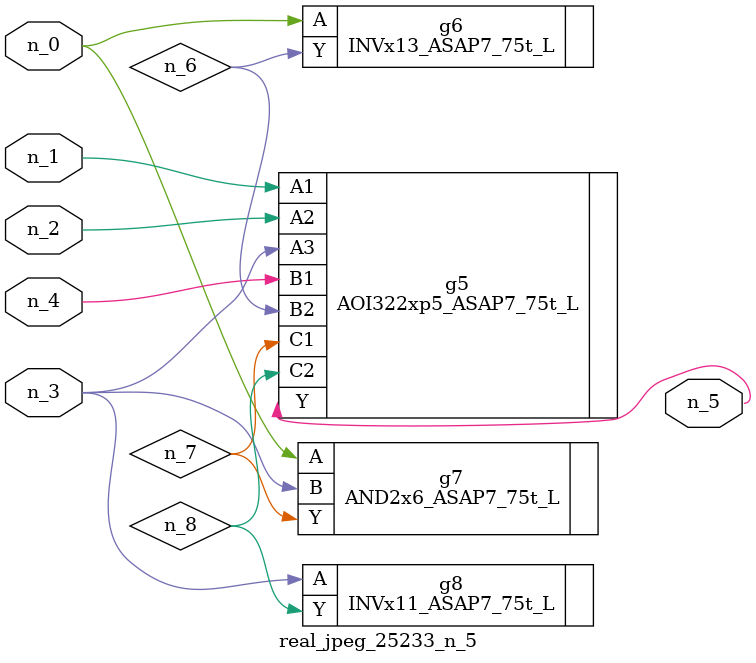
<source format=v>
module real_jpeg_25233_n_5 (n_4, n_0, n_1, n_2, n_3, n_5);

input n_4;
input n_0;
input n_1;
input n_2;
input n_3;

output n_5;

wire n_8;
wire n_6;
wire n_7;

INVx13_ASAP7_75t_L g6 ( 
.A(n_0),
.Y(n_6)
);

AND2x6_ASAP7_75t_L g7 ( 
.A(n_0),
.B(n_3),
.Y(n_7)
);

AOI322xp5_ASAP7_75t_L g5 ( 
.A1(n_1),
.A2(n_2),
.A3(n_3),
.B1(n_4),
.B2(n_6),
.C1(n_7),
.C2(n_8),
.Y(n_5)
);

INVx11_ASAP7_75t_L g8 ( 
.A(n_3),
.Y(n_8)
);


endmodule
</source>
